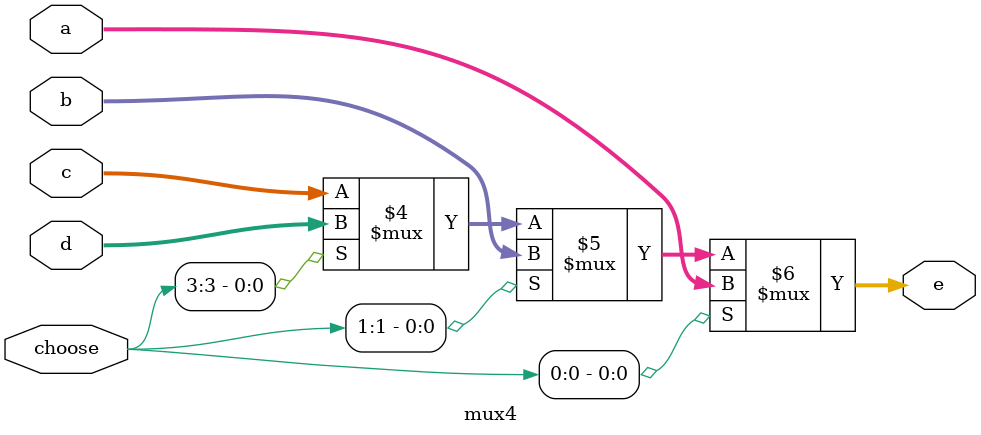
<source format=v>
`timescale 1ns / 1ps
module mux4(
input [31:0]a,
input [31:0]b,
input [31:0]c,
input [31:0]d,
output [31:0]e,
input [3:0]choose
    );
assign e=(choose[0]==1)? a :(choose[1]==1)? b:(choose[3]==1)? d:c ;
endmodule

</source>
